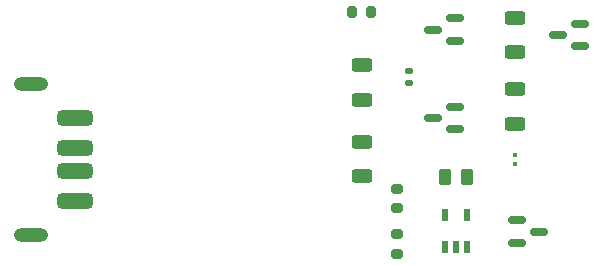
<source format=gbr>
%TF.GenerationSoftware,KiCad,Pcbnew,9.0.3*%
%TF.CreationDate,2025-07-28T01:45:31+03:00*%
%TF.ProjectId,Charger USB,43686172-6765-4722-9055-53422e6b6963,rev?*%
%TF.SameCoordinates,Original*%
%TF.FileFunction,Paste,Top*%
%TF.FilePolarity,Positive*%
%FSLAX46Y46*%
G04 Gerber Fmt 4.6, Leading zero omitted, Abs format (unit mm)*
G04 Created by KiCad (PCBNEW 9.0.3) date 2025-07-28 01:45:31*
%MOMM*%
%LPD*%
G01*
G04 APERTURE LIST*
G04 Aperture macros list*
%AMRoundRect*
0 Rectangle with rounded corners*
0 $1 Rounding radius*
0 $2 $3 $4 $5 $6 $7 $8 $9 X,Y pos of 4 corners*
0 Add a 4 corners polygon primitive as box body*
4,1,4,$2,$3,$4,$5,$6,$7,$8,$9,$2,$3,0*
0 Add four circle primitives for the rounded corners*
1,1,$1+$1,$2,$3*
1,1,$1+$1,$4,$5*
1,1,$1+$1,$6,$7*
1,1,$1+$1,$8,$9*
0 Add four rect primitives between the rounded corners*
20,1,$1+$1,$2,$3,$4,$5,0*
20,1,$1+$1,$4,$5,$6,$7,0*
20,1,$1+$1,$6,$7,$8,$9,0*
20,1,$1+$1,$8,$9,$2,$3,0*%
G04 Aperture macros list end*
%ADD10RoundRect,0.150000X0.587500X0.150000X-0.587500X0.150000X-0.587500X-0.150000X0.587500X-0.150000X0*%
%ADD11RoundRect,0.200000X-0.275000X0.200000X-0.275000X-0.200000X0.275000X-0.200000X0.275000X0.200000X0*%
%ADD12RoundRect,0.250000X-0.625000X0.312500X-0.625000X-0.312500X0.625000X-0.312500X0.625000X0.312500X0*%
%ADD13RoundRect,0.250000X-0.262500X-0.450000X0.262500X-0.450000X0.262500X0.450000X-0.262500X0.450000X0*%
%ADD14RoundRect,0.135000X-0.185000X0.135000X-0.185000X-0.135000X0.185000X-0.135000X0.185000X0.135000X0*%
%ADD15RoundRect,0.079500X-0.100500X0.079500X-0.100500X-0.079500X0.100500X-0.079500X0.100500X0.079500X0*%
%ADD16RoundRect,0.150000X-0.587500X-0.150000X0.587500X-0.150000X0.587500X0.150000X-0.587500X0.150000X0*%
%ADD17RoundRect,0.200000X0.275000X-0.200000X0.275000X0.200000X-0.275000X0.200000X-0.275000X-0.200000X0*%
%ADD18RoundRect,0.200000X0.200000X0.275000X-0.200000X0.275000X-0.200000X-0.275000X0.200000X-0.275000X0*%
%ADD19R,0.508000X0.977900*%
%ADD20O,2.900000X1.200000*%
%ADD21RoundRect,0.325000X-1.175000X0.325000X-1.175000X-0.325000X1.175000X-0.325000X1.175000X0.325000X0*%
G04 APERTURE END LIST*
D10*
%TO.C,Q4*%
X133000000Y-82400000D03*
X133000000Y-80500000D03*
X131125000Y-81450000D03*
%TD*%
D11*
%TO.C,R9*%
X117500000Y-98350000D03*
X117500000Y-100000000D03*
%TD*%
D12*
%TO.C,R7*%
X114500000Y-84037500D03*
X114500000Y-86962500D03*
%TD*%
D13*
%TO.C,R11*%
X121587500Y-93500000D03*
X123412500Y-93500000D03*
%TD*%
D12*
%TO.C,R8*%
X114500000Y-90500000D03*
X114500000Y-93425000D03*
%TD*%
%TO.C,R4*%
X127500000Y-86075000D03*
X127500000Y-89000000D03*
%TD*%
D14*
%TO.C,R1*%
X118500000Y-84490000D03*
X118500000Y-85510000D03*
%TD*%
D15*
%TO.C,Dz*%
X127500000Y-91655000D03*
X127500000Y-92345000D03*
%TD*%
D16*
%TO.C,Q2*%
X127625000Y-97149998D03*
X127625000Y-99049998D03*
X129500000Y-98099998D03*
%TD*%
D12*
%TO.C,R3*%
X127500000Y-80000000D03*
X127500000Y-82925000D03*
%TD*%
D17*
%TO.C,R10*%
X117500000Y-96150000D03*
X117500000Y-94500000D03*
%TD*%
D18*
%TO.C,R2*%
X115325000Y-79500000D03*
X113675000Y-79500000D03*
%TD*%
D10*
%TO.C,Q1*%
X122387500Y-81950000D03*
X122387500Y-80050000D03*
X120512500Y-81000000D03*
%TD*%
D19*
%TO.C,U2*%
X121549999Y-99415249D03*
X122500000Y-99415249D03*
X123450001Y-99415249D03*
X123450001Y-96684749D03*
X121549999Y-96684749D03*
%TD*%
D20*
%TO.C,J1*%
X86540000Y-85600000D03*
X86540000Y-98400000D03*
D21*
X90240000Y-88500000D03*
X90240000Y-91000000D03*
X90240000Y-93000000D03*
X90240000Y-95500000D03*
%TD*%
D10*
%TO.C,Q3*%
X122437500Y-89450000D03*
X122437500Y-87550000D03*
X120562500Y-88500000D03*
%TD*%
M02*

</source>
